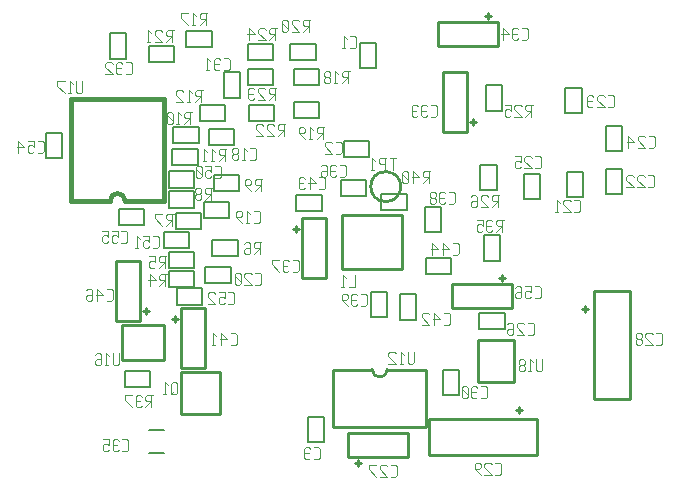
<source format=gbr>
G04 start of page 8 for group -4078 idx -4078
G04 Title: stribog.main_board, bottomsilk *
G04 Creator: pcb 20070208 *
G04 CreationDate: Sun Apr  6 09:45:45 2008 UTC *
G04 For: dti *
G04 Format: Gerber/RS-274X *
G04 PCB-Dimensions: 236220 157480 *
G04 PCB-Coordinate-Origin: lower left *
%MOIN*%
%FSLAX24Y24*%
%LNBACKSILK*%
%ADD13C,0.0100*%
%ADD56C,0.0060*%
%ADD58C,0.0179*%
%ADD59C,0.0040*%
%ADD62C,0.0080*%
G54D56*X8609Y11974D02*X7769D01*
X8609Y12514D02*Y11974D01*
X7769Y12514D02*X8609D01*
X7769Y11974D02*Y12514D01*
X7742Y11265D02*X6902D01*
X7742Y11805D02*Y11265D01*
X6902Y11805D02*X7742D01*
X6902Y11265D02*Y11805D01*
X8923Y11726D02*Y11186D01*
X8083D02*X8923D01*
X8083Y11726D02*Y11186D01*
Y11726D02*X8923D01*
X10918Y12632D02*X11758D01*
X10918D02*Y12092D01*
X11758D01*
Y12632D02*Y12092D01*
X9128Y13609D02*Y12769D01*
X8588Y13609D02*X9128D01*
X8588D02*Y12769D01*
X9128D01*
X10918Y13734D02*X11758D01*
X10918D02*Y13194D01*
X11758D01*
Y13734D02*Y13194D01*
X10223Y14021D02*X9383D01*
X10223Y14561D02*Y14021D01*
X9383Y14561D02*X10223D01*
X9383Y14021D02*Y14561D01*
X10800D02*X11640D01*
X10800D02*Y14021D01*
X11640D01*
Y14561D02*Y14021D01*
X10262Y11974D02*X9422D01*
X10262Y12514D02*Y11974D01*
X9422Y12514D02*X10262D01*
X9422Y11974D02*Y12514D01*
X10223Y13194D02*X9383D01*
X10223Y13734D02*Y13194D01*
X9383Y13734D02*X10223D01*
X9383Y13194D02*Y13734D01*
X7585Y6462D02*X6745D01*
X7585Y7002D02*Y6462D01*
X6745Y7002D02*X7585D01*
X6745Y6462D02*Y7002D01*
G54D13*X5189Y4020D02*X6579D01*
X5189Y5200D02*Y4020D01*
Y5200D02*X6579D01*
Y4020D01*
G54D56*X7585Y7092D02*X6745D01*
X7585Y7632D02*Y7092D01*
X6745Y7632D02*X7585D01*
X6745Y7092D02*Y7632D01*
G54D13*X5993Y5758D02*Y5558D01*
X5893Y5658D02*X6093D01*
X4993Y5308D02*X5793D01*
Y7308D02*Y5308D01*
X4993Y7308D02*Y5308D01*
Y7308D02*X5793D01*
G54D62*X6102Y1673D02*X6574D01*
X6102Y925D02*X6574D01*
G54D56*X6128Y3655D02*Y3115D01*
X5288D02*X6128D01*
X5288Y3655D02*Y3115D01*
Y3655D02*X6128D01*
G54D58*X6589Y12723D02*Y9323D01*
X3489Y12723D02*X6589D01*
X3489D02*Y9323D01*
X5289D02*X6589D01*
X3489D02*X4789D01*
X5289D02*G75*G03X4789Y9323I-250J0D01*G01*
G54D56*X6916Y13942D02*X6076D01*
X6916Y14482D02*Y13942D01*
X6076Y14482D02*X6916D01*
X6076Y13942D02*Y14482D01*
X7335Y14994D02*X8175D01*
X7335D02*Y14454D01*
X8175D01*
Y14994D02*Y14454D01*
X5309Y14908D02*Y14068D01*
X4769Y14908D02*X5309D01*
X4769D02*Y14068D01*
X5309D01*
X3183Y11601D02*Y10761D01*
X2643D02*X3183D01*
X2643Y11601D02*Y10761D01*
Y11601D02*X3183D01*
X5091Y8509D02*X5931D01*
X5091Y9049D02*Y8509D01*
Y9049D02*X5931D01*
Y8509D01*
X7585Y9100D02*X6745D01*
X7585Y9640D02*Y9100D01*
X6745Y9640D02*X7585D01*
X6745Y9100D02*Y9640D01*
X7585Y10309D02*Y9769D01*
X6745D02*X7585D01*
X6745Y10309D02*Y9769D01*
Y10309D02*X7585D01*
X7703Y10517D02*X6863D01*
X7703Y11057D02*Y10517D01*
X6863Y11057D02*X7703D01*
X6863Y10517D02*Y11057D01*
G54D13*X7159Y3619D02*X8439D01*
X7159D02*Y2229D01*
X8439D01*
Y3619D02*Y2229D01*
X7159Y3754D02*X7959D01*
Y5754D02*Y3754D01*
X7159Y5754D02*Y3754D01*
Y5754D02*X7959D01*
X6859Y5404D02*X7059D01*
X6959Y5504D02*Y5304D01*
G54D56*X7427Y8301D02*Y7761D01*
X6587D02*X7427D01*
X6587Y8301D02*Y7761D01*
Y8301D02*X7427D01*
G54D13*X11174Y6746D02*X11974D01*
Y8746D02*Y6746D01*
X11174Y8746D02*Y6746D01*
Y8746D02*X11974D01*
X10874Y8396D02*X11074D01*
X10974Y8496D02*Y8296D01*
G54D56*X7821Y8391D02*X6981D01*
X7821Y8931D02*Y8391D01*
X6981Y8931D02*X7821D01*
X6981Y8391D02*Y8931D01*
X10997Y9521D02*X11837D01*
X10997D02*Y8981D01*
X11837D01*
Y9521D02*Y8981D01*
X8766Y9285D02*Y8745D01*
X7926D02*X8766D01*
X7926Y9285D02*Y8745D01*
Y9285D02*X8766D01*
X9081Y9663D02*X8241D01*
X9081Y10203D02*Y9663D01*
X8241Y10203D02*X9081D01*
X8241Y9663D02*Y10203D01*
X9042Y7485D02*X8202D01*
X9042Y8025D02*Y7485D01*
X8202Y8025D02*X9042D01*
X8202Y7485D02*Y8025D01*
X7020Y6411D02*Y5871D01*
Y6411D02*X7860D01*
Y5871D01*
X7020D02*X7860D01*
X8805Y7120D02*Y6580D01*
X7965D02*X8805D01*
X7965Y7120D02*Y6580D01*
Y7120D02*X8805D01*
G54D13*X12229Y3705D02*X13529D01*
X14029D02*X15329D01*
X12229D02*Y1805D01*
X15329D01*
Y3705D02*Y1805D01*
X13529Y3705D02*G75*G03X14029Y3705I250J0D01*G01*
X14710Y1581D02*Y781D01*
X12710Y1581D02*X14710D01*
X12710Y781D02*X14710D01*
X12710Y1581D02*Y781D01*
X13060Y681D02*Y481D01*
X12960Y581D02*X13160D01*
G54D56*X11923Y1273D02*Y2113D01*
X11383D02*X11923D01*
X11383Y1273D02*Y2113D01*
Y1273D02*X11923D01*
X16411Y3687D02*Y2847D01*
X15871Y3687D02*X16411D01*
X15871D02*Y2847D01*
X16411D01*
G54D13*X20935Y2708D02*X22135D01*
Y6308D02*Y2708D01*
X20935Y6308D02*Y2708D01*
Y6308D02*X22135D01*
X20535Y5708D02*X20735D01*
X20635Y5808D02*Y5608D01*
X17065Y3284D02*Y4674D01*
X18245D01*
Y3284D01*
X17065D01*
G54D56*X17099Y5584D02*X17939D01*
X17099D02*Y5044D01*
X17939D01*
Y5584D02*Y5044D01*
G54D13*X17745Y6741D02*X17945D01*
X17845Y6841D02*Y6641D01*
X18195Y6541D02*Y5741D01*
X16195Y6541D02*X18195D01*
X16195Y5741D02*X18195D01*
X16195Y6541D02*Y5741D01*
G54D56*X13470Y6286D02*Y5446D01*
X14010D01*
Y6286D02*Y5446D01*
X13470Y6286D02*X14010D01*
G54D13*X15425Y2056D02*Y856D01*
X19025D01*
X15425Y2056D02*X19025D01*
Y856D01*
X18425Y2456D02*Y2256D01*
X18325Y2356D02*X18525D01*
G54D56*X13655Y14593D02*Y13753D01*
X13115Y14593D02*X13655D01*
X13115D02*Y13753D01*
X13655D01*
X12493Y10033D02*X13333D01*
X12493D02*Y9493D01*
X13333D01*
Y10033D02*Y9493D01*
X17328Y13175D02*Y12335D01*
X17868D01*
Y13175D02*Y12335D01*
X17328Y13175D02*X17868D01*
G54D13*X15722Y15281D02*Y14481D01*
X17722D01*
X15722Y15281D02*X17722D01*
Y14481D01*
X17372Y15581D02*Y15381D01*
X17272Y15481D02*X17472D01*
X16699Y13607D02*X15899D01*
Y11607D01*
X16699D02*Y13607D01*
Y11607D02*X15899D01*
X16799Y11957D02*X16999D01*
X16899Y11857D02*Y12057D01*
G54D56*X12572Y11333D02*X13412D01*
X12572D02*Y10793D01*
X13412D01*
Y11333D02*Y10793D01*
X16168Y6895D02*X15328D01*
X16168Y7435D02*Y6895D01*
X15328Y7435D02*X16168D01*
X15328Y6895D02*Y7435D01*
X17131Y10538D02*Y9698D01*
X17671D01*
Y10538D02*Y9698D01*
X17131Y10538D02*X17671D01*
X17249Y7335D02*X17789D01*
X17249D02*Y8175D01*
X17789D01*
Y7335D02*Y8175D01*
G54D13*X13976Y9303D02*G75*G03X13976Y9303I0J500D01*G01*
G54D56*X13832Y9021D02*Y9561D01*
X14672D01*
Y9021D01*
X13832D01*
X15281Y9120D02*Y8280D01*
X15821D01*
Y9120D02*Y8280D01*
X15281Y9120D02*X15821D01*
X14454Y6207D02*Y5367D01*
X14994D01*
Y6207D02*Y5367D01*
X14454Y6207D02*X14994D01*
G54D13*X12503Y8852D02*X14503D01*
X12503D02*Y7052D01*
X14503D01*
Y8852D02*Y7052D01*
G54D56*X21304Y10380D02*Y9540D01*
X21844D01*
Y10380D02*Y9540D01*
X21304Y10380D02*X21844D01*
X18588Y10223D02*Y9383D01*
X19128D01*
Y10223D02*Y9383D01*
X18588Y10223D02*X19128D01*
X20506Y13097D02*Y12257D01*
X19966Y13097D02*X20506D01*
X19966D02*Y12257D01*
X20506D01*
X20005Y10301D02*Y9461D01*
X20545D01*
Y10301D02*Y9461D01*
X20005Y10301D02*X20545D01*
X21304Y11837D02*Y10997D01*
X21844D01*
Y11837D02*Y10997D01*
X21304Y11837D02*X21844D01*
G54D59*X5078Y3899D02*Y4249D01*
Y3899D02*X5028Y3849D01*
X4928D02*X5028D01*
X4928D02*X4878Y3899D01*
Y4249D01*
X4608Y3849D02*X4708D01*
X4658D02*Y4249D01*
X4758Y4149D02*X4658Y4249D01*
X4338D02*X4288Y4199D01*
X4338Y4249D02*X4438D01*
X4488Y4199D02*X4438Y4249D01*
X4488Y3899D02*Y4199D01*
Y3899D02*X4438Y3849D01*
X4338Y4049D02*X4288Y3999D01*
X4338Y4049D02*X4488D01*
X4338Y3849D02*X4438D01*
X4338D02*X4288Y3899D01*
Y3999D01*
X8731Y5882D02*X8881D01*
X8931Y5932D02*X8881Y5882D01*
X8931Y5932D02*Y6232D01*
X8881Y6282D01*
X8731D02*X8881D01*
X8411D02*X8611D01*
Y6082D02*Y6282D01*
Y6082D02*X8561Y6132D01*
X8461D02*X8561D01*
X8461D02*X8411Y6082D01*
Y5932D02*Y6082D01*
X8461Y5882D02*X8411Y5932D01*
X8461Y5882D02*X8561D01*
X8611Y5932D02*X8561Y5882D01*
X8291Y6232D02*X8241Y6282D01*
X8091D02*X8241D01*
X8091D02*X8041Y6232D01*
Y6132D02*Y6232D01*
X8291Y5882D02*X8041Y6132D01*
Y5882D02*X8291D01*
X8815Y4514D02*X8965D01*
X9015Y4564D02*X8965Y4514D01*
X9015Y4564D02*Y4864D01*
X8965Y4914D01*
X8815D02*X8965D01*
X8695Y4714D02*X8495Y4914D01*
X8445Y4714D02*X8695D01*
X8495Y4514D02*Y4914D01*
X8175Y4514D02*X8275D01*
X8225D02*Y4914D01*
X8325Y4814D02*X8225Y4914D01*
X4676Y6002D02*X4826D01*
X4876Y6052D02*X4826Y6002D01*
X4876Y6052D02*Y6352D01*
X4826Y6402D01*
X4676D02*X4826D01*
X4556Y6202D02*X4356Y6402D01*
X4306Y6202D02*X4556D01*
X4356Y6002D02*Y6402D01*
X4036D02*X3986Y6352D01*
X4036Y6402D02*X4136D01*
X4186Y6352D02*X4136Y6402D01*
X4186Y6052D02*Y6352D01*
Y6052D02*X4136Y6002D01*
X4036Y6202D02*X3986Y6152D01*
X4036Y6202D02*X4186D01*
X4036Y6002D02*X4136D01*
X4036D02*X3986Y6052D01*
Y6152D01*
X9628Y6529D02*X9778D01*
X9828Y6579D02*X9778Y6529D01*
X9828Y6579D02*Y6879D01*
X9778Y6929D01*
X9628D02*X9778D01*
X9508Y6879D02*X9458Y6929D01*
X9308D02*X9458D01*
X9308D02*X9258Y6879D01*
Y6779D02*Y6879D01*
X9508Y6529D02*X9258Y6779D01*
Y6529D02*X9508D01*
X9138Y6579D02*X9088Y6529D01*
X9138Y6579D02*Y6879D01*
X9088Y6929D01*
X8988D02*X9088D01*
X8988D02*X8938Y6879D01*
Y6579D02*Y6879D01*
X8988Y6529D02*X8938Y6579D01*
X8988Y6529D02*X9088D01*
X9138Y6629D02*X8938Y6829D01*
X7035Y2929D02*Y3229D01*
X6985Y3279D01*
X6885D02*X6985D01*
X6885D02*X6835Y3229D01*
Y2929D02*Y3229D01*
X6885Y2879D02*X6835Y2929D01*
X6885Y2879D02*X6985D01*
X7035Y2929D02*X6985Y2879D01*
X6935Y2979D02*X6835Y2879D01*
X6565D02*X6665D01*
X6615D02*Y3279D01*
X6715Y3179D02*X6615Y3279D01*
X17635Y202D02*X17785D01*
X17835Y252D02*X17785Y202D01*
X17835Y252D02*Y552D01*
X17785Y602D01*
X17635D02*X17785D01*
X17515Y552D02*X17465Y602D01*
X17315D02*X17465D01*
X17315D02*X17265Y552D01*
Y452D02*Y552D01*
X17515Y202D02*X17265Y452D01*
Y202D02*X17515D01*
X17145D02*X16945Y402D01*
Y552D01*
X16995Y602D02*X16945Y552D01*
X16995Y602D02*X17095D01*
X17145Y552D02*X17095Y602D01*
X17145Y452D02*Y552D01*
Y452D02*X17095Y402D01*
X16945D02*X17095D01*
X14906Y3956D02*Y4306D01*
Y3956D02*X14856Y3906D01*
X14756D02*X14856D01*
X14756D02*X14706Y3956D01*
Y4306D01*
X14436Y3906D02*X14536D01*
X14486D02*Y4306D01*
X14586Y4206D02*X14486Y4306D01*
X14316Y4256D02*X14266Y4306D01*
X14116D02*X14266D01*
X14116D02*X14066Y4256D01*
Y4156D02*Y4256D01*
X14316Y3906D02*X14066Y4156D01*
Y3906D02*X14316D01*
X15919Y5198D02*X16069D01*
X16119Y5248D02*X16069Y5198D01*
X16119Y5248D02*Y5548D01*
X16069Y5598D01*
X15919D02*X16069D01*
X15799Y5398D02*X15599Y5598D01*
X15549Y5398D02*X15799D01*
X15599Y5198D02*Y5598D01*
X15429Y5548D02*X15379Y5598D01*
X15229D02*X15379D01*
X15229D02*X15179Y5548D01*
Y5448D02*Y5548D01*
X15429Y5198D02*X15179Y5448D01*
Y5198D02*X15429D01*
X13144Y5827D02*X13294D01*
X13344Y5877D02*X13294Y5827D01*
X13344Y5877D02*Y6177D01*
X13294Y6227D01*
X13144D02*X13294D01*
X13024Y6177D02*X12974Y6227D01*
X12874D02*X12974D01*
X12874D02*X12824Y6177D01*
Y5877D02*Y6177D01*
X12874Y5827D02*X12824Y5877D01*
X12874Y5827D02*X12974D01*
X13024Y5877D02*X12974Y5827D01*
X12824Y6027D02*X12974D01*
X12704Y5827D02*X12504Y6027D01*
Y6177D01*
X12554Y6227D02*X12504Y6177D01*
X12554Y6227D02*X12654D01*
X12704Y6177D02*X12654Y6227D01*
X12704Y6077D02*Y6177D01*
Y6077D02*X12654Y6027D01*
X12504D02*X12654D01*
X12959Y6469D02*Y6869D01*
X12759Y6469D02*X12959D01*
X12489D02*X12589D01*
X12539D02*Y6869D01*
X12639Y6769D02*X12539Y6869D01*
X23000Y4524D02*X23150D01*
X23200Y4574D02*X23150Y4524D01*
X23200Y4574D02*Y4874D01*
X23150Y4924D01*
X23000D02*X23150D01*
X22880Y4874D02*X22830Y4924D01*
X22680D02*X22830D01*
X22680D02*X22630Y4874D01*
Y4774D02*Y4874D01*
X22880Y4524D02*X22630Y4774D01*
Y4524D02*X22880D01*
X22509Y4574D02*X22459Y4524D01*
X22509Y4574D02*Y4674D01*
X22459Y4724D01*
X22359D02*X22459D01*
X22359D02*X22309Y4674D01*
Y4574D02*Y4674D01*
X22359Y4524D02*X22309Y4574D01*
X22359Y4524D02*X22459D01*
X22509Y4774D02*X22459Y4724D01*
X22509Y4774D02*Y4874D01*
X22459Y4924D01*
X22359D02*X22459D01*
X22359D02*X22309Y4874D01*
Y4774D02*Y4874D01*
X22359Y4724D02*X22309Y4774D01*
X19201Y3696D02*Y4046D01*
Y3696D02*X19151Y3646D01*
X19051D02*X19151D01*
X19051D02*X19001Y3696D01*
Y4046D01*
X18730Y3646D02*X18830D01*
X18780D02*Y4046D01*
X18880Y3946D02*X18780Y4046D01*
X18610Y3696D02*X18560Y3646D01*
X18610Y3696D02*Y3796D01*
X18560Y3846D01*
X18460D02*X18560D01*
X18460D02*X18410Y3796D01*
Y3696D02*Y3796D01*
X18460Y3646D02*X18410Y3696D01*
X18460Y3646D02*X18560D01*
X18610Y3896D02*X18560Y3846D01*
X18610Y3896D02*Y3996D01*
X18560Y4046D01*
X18460D02*X18560D01*
X18460D02*X18410Y3996D01*
Y3896D02*Y3996D01*
X18460Y3846D02*X18410Y3896D01*
X17153Y2755D02*X17303D01*
X17353Y2805D02*X17303Y2755D01*
X17353Y2805D02*Y3105D01*
X17303Y3155D01*
X17153D02*X17303D01*
X17033Y3105D02*X16983Y3155D01*
X16883D02*X16983D01*
X16883D02*X16833Y3105D01*
Y2805D02*Y3105D01*
X16883Y2755D02*X16833Y2805D01*
X16883Y2755D02*X16983D01*
X17033Y2805D02*X16983Y2755D01*
X16833Y2955D02*X16983D01*
X16713Y2805D02*X16663Y2755D01*
X16713Y2805D02*Y3105D01*
X16663Y3155D01*
X16563D02*X16663D01*
X16563D02*X16513Y3105D01*
Y2805D02*Y3105D01*
X16563Y2755D02*X16513Y2805D01*
X16563Y2755D02*X16663D01*
X16713Y2855D02*X16513Y3055D01*
X18722Y4864D02*X18872D01*
X18922Y4914D02*X18872Y4864D01*
X18922Y4914D02*Y5214D01*
X18872Y5264D01*
X18722D02*X18872D01*
X18602Y5214D02*X18552Y5264D01*
X18402D02*X18552D01*
X18402D02*X18352Y5214D01*
Y5114D02*Y5214D01*
X18602Y4864D02*X18352Y5114D01*
Y4864D02*X18602D01*
X18082Y5264D02*X18032Y5214D01*
X18082Y5264D02*X18182D01*
X18232Y5214D02*X18182Y5264D01*
X18232Y4914D02*Y5214D01*
Y4914D02*X18182Y4864D01*
X18082Y5064D02*X18032Y5014D01*
X18082Y5064D02*X18232D01*
X18082Y4864D02*X18182D01*
X18082D02*X18032Y4914D01*
Y5014D01*
X18938Y6085D02*X19088D01*
X19138Y6135D02*X19088Y6085D01*
X19138Y6135D02*Y6435D01*
X19088Y6485D01*
X18938D02*X19088D01*
X18617D02*X18817D01*
Y6285D02*Y6485D01*
Y6285D02*X18767Y6335D01*
X18667D02*X18767D01*
X18667D02*X18617Y6285D01*
Y6135D02*Y6285D01*
X18667Y6085D02*X18617Y6135D01*
X18667Y6085D02*X18767D01*
X18817Y6135D02*X18767Y6085D01*
X18347Y6485D02*X18297Y6435D01*
X18347Y6485D02*X18447D01*
X18497Y6435D02*X18447Y6485D01*
X18497Y6135D02*Y6435D01*
Y6135D02*X18447Y6085D01*
X18347Y6285D02*X18297Y6235D01*
X18347Y6285D02*X18497D01*
X18347Y6085D02*X18447D01*
X18347D02*X18297Y6135D01*
Y6235D01*
X5192Y983D02*X5342D01*
X5392Y1033D02*X5342Y983D01*
X5392Y1033D02*Y1333D01*
X5342Y1383D01*
X5192D02*X5342D01*
X5072Y1333D02*X5022Y1383D01*
X4922D02*X5022D01*
X4922D02*X4872Y1333D01*
Y1033D02*Y1333D01*
X4922Y983D02*X4872Y1033D01*
X4922Y983D02*X5022D01*
X5072Y1033D02*X5022Y983D01*
X4872Y1183D02*X5022D01*
X4552Y1383D02*X4752D01*
Y1183D02*Y1383D01*
Y1183D02*X4702Y1233D01*
X4602D02*X4702D01*
X4602D02*X4552Y1183D01*
Y1033D02*Y1183D01*
X4602Y983D02*X4552Y1033D01*
X4602Y983D02*X4702D01*
X4752Y1033D02*X4702Y983D01*
X6014Y2847D02*X6214D01*
X6014D02*X5964Y2797D01*
Y2697D02*Y2797D01*
X6014Y2647D02*X5964Y2697D01*
X6014Y2647D02*X6164D01*
Y2447D02*Y2847D01*
Y2647D02*X5964Y2447D01*
X5844Y2797D02*X5794Y2847D01*
X5694D02*X5794D01*
X5694D02*X5644Y2797D01*
Y2497D02*Y2797D01*
X5694Y2447D02*X5644Y2497D01*
X5694Y2447D02*X5794D01*
X5844Y2497D02*X5794Y2447D01*
X5644Y2647D02*X5794D01*
X5524Y2447D02*X5274Y2697D01*
Y2847D01*
X5524D01*
X14145Y131D02*X14295D01*
X14345Y181D02*X14295Y131D01*
X14345Y181D02*Y481D01*
X14295Y531D01*
X14145D02*X14295D01*
X14025Y481D02*X13975Y531D01*
X13825D02*X13975D01*
X13825D02*X13775Y481D01*
Y381D02*Y481D01*
X14025Y131D02*X13775Y381D01*
Y131D02*X14025D01*
X13654D02*X13404Y381D01*
Y531D01*
X13654D01*
X11574Y718D02*X11724D01*
X11774Y768D02*X11724Y718D01*
X11774Y768D02*Y1068D01*
X11724Y1118D01*
X11574D02*X11724D01*
X11454Y1068D02*X11404Y1118D01*
X11304D02*X11404D01*
X11304D02*X11254Y1068D01*
Y768D02*Y1068D01*
X11304Y718D02*X11254Y768D01*
X11304Y718D02*X11404D01*
X11454Y768D02*X11404Y718D01*
X11254Y918D02*X11404D01*
X7675Y13018D02*X7875D01*
X7675D02*X7625Y12968D01*
Y12868D02*Y12968D01*
X7675Y12818D02*X7625Y12868D01*
X7675Y12818D02*X7825D01*
Y12618D02*Y13018D01*
Y12818D02*X7625Y12618D01*
X7354D02*X7454D01*
X7404D02*Y13018D01*
X7504Y12918D02*X7404Y13018D01*
X7234Y12968D02*X7184Y13018D01*
X7034D02*X7184D01*
X7034D02*X6984Y12968D01*
Y12868D02*Y12968D01*
X7234Y12618D02*X6984Y12868D01*
Y12618D02*X7234D01*
X7318Y12275D02*X7518D01*
X7318D02*X7268Y12225D01*
Y12125D02*Y12225D01*
X7318Y12075D02*X7268Y12125D01*
X7318Y12075D02*X7468D01*
Y11875D02*Y12275D01*
Y12075D02*X7268Y11875D01*
X6998D02*X7098D01*
X7048D02*Y12275D01*
X7148Y12175D02*X7048Y12275D01*
X6878Y11925D02*X6828Y11875D01*
X6878Y11925D02*Y12225D01*
X6828Y12275D01*
X6728D02*X6828D01*
X6728D02*X6678Y12225D01*
Y11925D02*Y12225D01*
X6728Y11875D02*X6678Y11925D01*
X6728Y11875D02*X6828D01*
X6878Y11975D02*X6678Y12175D01*
X5162Y7934D02*X5312D01*
X5362Y7984D02*X5312Y7934D01*
X5362Y7984D02*Y8284D01*
X5312Y8334D01*
X5162D02*X5312D01*
X4842D02*X5042D01*
Y8134D02*Y8334D01*
Y8134D02*X4992Y8184D01*
X4892D02*X4992D01*
X4892D02*X4842Y8134D01*
Y7984D02*Y8134D01*
X4892Y7934D02*X4842Y7984D01*
X4892Y7934D02*X4992D01*
X5042Y7984D02*X4992Y7934D01*
X4522Y8334D02*X4722D01*
Y8134D02*Y8334D01*
Y8134D02*X4672Y8184D01*
X4572D02*X4672D01*
X4572D02*X4522Y8134D01*
Y7984D02*Y8134D01*
X4572Y7934D02*X4522Y7984D01*
X4572Y7934D02*X4672D01*
X4722Y7984D02*X4672Y7934D01*
X6475Y6873D02*X6675D01*
X6475D02*X6425Y6823D01*
Y6723D02*Y6823D01*
X6475Y6673D02*X6425Y6723D01*
X6475Y6673D02*X6625D01*
Y6473D02*Y6873D01*
Y6673D02*X6425Y6473D01*
X6305Y6673D02*X6105Y6873D01*
X6055Y6673D02*X6305D01*
X6105Y6473D02*Y6873D01*
X6705Y8893D02*X6905D01*
X6705D02*X6655Y8843D01*
Y8743D02*Y8843D01*
X6705Y8693D02*X6655Y8743D01*
X6705Y8693D02*X6855D01*
Y8493D02*Y8893D01*
Y8693D02*X6655Y8493D01*
X6535D02*X6285Y8743D01*
Y8893D01*
X6535D01*
X6459Y7487D02*X6659D01*
X6459D02*X6409Y7437D01*
Y7337D02*Y7437D01*
X6459Y7287D02*X6409Y7337D01*
X6459Y7287D02*X6609D01*
Y7087D02*Y7487D01*
Y7287D02*X6409Y7087D01*
X6089Y7487D02*X6289D01*
Y7287D02*Y7487D01*
Y7287D02*X6239Y7337D01*
X6139D02*X6239D01*
X6139D02*X6089Y7287D01*
Y7137D02*Y7287D01*
X6139Y7087D02*X6089Y7137D01*
X6139Y7087D02*X6239D01*
X6289Y7137D02*X6239Y7087D01*
X6215Y7767D02*X6365D01*
X6415Y7817D02*X6365Y7767D01*
X6415Y7817D02*Y8117D01*
X6365Y8167D01*
X6215D02*X6365D01*
X5895D02*X6095D01*
Y7967D02*Y8167D01*
Y7967D02*X6045Y8017D01*
X5945D02*X6045D01*
X5945D02*X5895Y7967D01*
Y7817D02*Y7967D01*
X5945Y7767D02*X5895Y7817D01*
X5945Y7767D02*X6045D01*
X6095Y7817D02*X6045Y7767D01*
X5625D02*X5725D01*
X5675D02*Y8167D01*
X5775Y8067D02*X5675Y8167D01*
X12570Y13653D02*X12770D01*
X12570D02*X12520Y13603D01*
Y13503D02*Y13603D01*
X12570Y13453D02*X12520Y13503D01*
X12570Y13453D02*X12720D01*
Y13253D02*Y13653D01*
Y13453D02*X12520Y13253D01*
X12250D02*X12350D01*
X12300D02*Y13653D01*
X12400Y13553D02*X12300Y13653D01*
X12129Y13303D02*X12079Y13253D01*
X12129Y13303D02*Y13403D01*
X12079Y13453D01*
X11979D02*X12079D01*
X11979D02*X11929Y13403D01*
Y13303D02*Y13403D01*
X11979Y13253D02*X11929Y13303D01*
X11979Y13253D02*X12079D01*
X12129Y13503D02*X12079Y13453D01*
X12129Y13503D02*Y13603D01*
X12079Y13653D01*
X11979D02*X12079D01*
X11979D02*X11929Y13603D01*
Y13503D02*Y13603D01*
X11979Y13453D02*X11929Y13503D01*
X12798Y14414D02*X12948D01*
X12998Y14464D02*X12948Y14414D01*
X12998Y14464D02*Y14764D01*
X12948Y14814D01*
X12798D02*X12948D01*
X12528Y14414D02*X12628D01*
X12578D02*Y14814D01*
X12678Y14714D02*X12578Y14814D01*
X17559Y9520D02*X17759D01*
X17559D02*X17509Y9470D01*
Y9370D02*Y9470D01*
X17559Y9320D02*X17509Y9370D01*
X17559Y9320D02*X17709D01*
Y9120D02*Y9520D01*
Y9320D02*X17509Y9120D01*
X17388Y9470D02*X17338Y9520D01*
X17188D02*X17338D01*
X17188D02*X17138Y9470D01*
Y9370D02*Y9470D01*
X17388Y9120D02*X17138Y9370D01*
Y9120D02*X17388D01*
X16868Y9520D02*X16818Y9470D01*
X16868Y9520D02*X16968D01*
X17018Y9470D02*X16968Y9520D01*
X17018Y9170D02*Y9470D01*
Y9170D02*X16968Y9120D01*
X16868Y9320D02*X16818Y9270D01*
X16868Y9320D02*X17018D01*
X16868Y9120D02*X16968D01*
X16868D02*X16818Y9170D01*
Y9270D01*
X17706Y8691D02*X17906D01*
X17706D02*X17656Y8641D01*
Y8541D02*Y8641D01*
X17706Y8491D02*X17656Y8541D01*
X17706Y8491D02*X17856D01*
Y8291D02*Y8691D01*
Y8491D02*X17656Y8291D01*
X17535Y8641D02*X17485Y8691D01*
X17385D02*X17485D01*
X17385D02*X17335Y8641D01*
Y8341D02*Y8641D01*
X17385Y8291D02*X17335Y8341D01*
X17385Y8291D02*X17485D01*
X17535Y8341D02*X17485Y8291D01*
X17335Y8491D02*X17485D01*
X17015Y8691D02*X17215D01*
Y8491D02*Y8691D01*
Y8491D02*X17165Y8541D01*
X17065D02*X17165D01*
X17065D02*X17015Y8491D01*
Y8341D02*Y8491D01*
X17065Y8291D02*X17015Y8341D01*
X17065Y8291D02*X17165D01*
X17215Y8341D02*X17165Y8291D01*
X15265Y10316D02*X15465D01*
X15265D02*X15215Y10266D01*
Y10166D02*Y10266D01*
X15265Y10116D02*X15215Y10166D01*
X15265Y10116D02*X15415D01*
Y9916D02*Y10316D01*
Y10116D02*X15215Y9916D01*
X15095Y10116D02*X14895Y10316D01*
X14845Y10116D02*X15095D01*
X14895Y9916D02*Y10316D01*
X14725Y9966D02*X14675Y9916D01*
X14725Y9966D02*Y10266D01*
X14675Y10316D01*
X14575D02*X14675D01*
X14575D02*X14525Y10266D01*
Y9966D02*Y10266D01*
X14575Y9916D02*X14525Y9966D01*
X14575Y9916D02*X14675D01*
X14725Y10016D02*X14525Y10216D01*
X12306Y10899D02*X12456D01*
X12506Y10949D02*X12456Y10899D01*
X12506Y10949D02*Y11249D01*
X12456Y11299D01*
X12306D02*X12456D01*
X12186Y11249D02*X12136Y11299D01*
X11986D02*X12136D01*
X11986D02*X11936Y11249D01*
Y11149D02*Y11249D01*
X12186Y10899D02*X11936Y11149D01*
Y10899D02*X12186D01*
X10146Y15076D02*X10346D01*
X10146D02*X10096Y15026D01*
Y14926D02*Y15026D01*
X10146Y14876D02*X10096Y14926D01*
X10146Y14876D02*X10296D01*
Y14676D02*Y15076D01*
Y14876D02*X10096Y14676D01*
X9976Y15026D02*X9926Y15076D01*
X9776D02*X9926D01*
X9776D02*X9726Y15026D01*
Y14926D02*Y15026D01*
X9976Y14676D02*X9726Y14926D01*
Y14676D02*X9976D01*
X9606Y14876D02*X9406Y15076D01*
X9356Y14876D02*X9606D01*
X9406Y14676D02*Y15076D01*
X11258Y15361D02*X11458D01*
X11258D02*X11208Y15311D01*
Y15211D02*Y15311D01*
X11258Y15161D02*X11208Y15211D01*
X11258Y15161D02*X11408D01*
Y14961D02*Y15361D01*
Y15161D02*X11208Y14961D01*
X11088Y15311D02*X11038Y15361D01*
X10888D02*X11038D01*
X10888D02*X10838Y15311D01*
Y15211D02*Y15311D01*
X11088Y14961D02*X10838Y15211D01*
Y14961D02*X11088D01*
X10718Y15011D02*X10668Y14961D01*
X10718Y15011D02*Y15311D01*
X10668Y15361D01*
X10568D02*X10668D01*
X10568D02*X10518Y15311D01*
Y15011D02*Y15311D01*
X10568Y14961D02*X10518Y15011D01*
X10568Y14961D02*X10668D01*
X10718Y15061D02*X10518Y15261D01*
X6703Y15007D02*X6903D01*
X6703D02*X6653Y14957D01*
Y14857D02*Y14957D01*
X6703Y14807D02*X6653Y14857D01*
X6703Y14807D02*X6853D01*
Y14607D02*Y15007D01*
Y14807D02*X6653Y14607D01*
X6533Y14957D02*X6483Y15007D01*
X6333D02*X6483D01*
X6333D02*X6283Y14957D01*
Y14857D02*Y14957D01*
X6533Y14607D02*X6283Y14857D01*
Y14607D02*X6533D01*
X6013D02*X6113D01*
X6063D02*Y15007D01*
X6163Y14907D02*X6063Y15007D01*
X3868Y12966D02*Y13316D01*
Y12966D02*X3818Y12916D01*
X3718D02*X3818D01*
X3718D02*X3668Y12966D01*
Y13316D01*
X3398Y12916D02*X3498D01*
X3448D02*Y13316D01*
X3548Y13216D02*X3448Y13316D01*
X3278Y12916D02*X3028Y13166D01*
Y13316D01*
X3278D01*
X5323Y13551D02*X5473D01*
X5523Y13601D02*X5473Y13551D01*
X5523Y13601D02*Y13901D01*
X5473Y13951D01*
X5323D02*X5473D01*
X5202Y13901D02*X5152Y13951D01*
X5052D02*X5152D01*
X5052D02*X5002Y13901D01*
Y13601D02*Y13901D01*
X5052Y13551D02*X5002Y13601D01*
X5052Y13551D02*X5152D01*
X5202Y13601D02*X5152Y13551D01*
X5002Y13751D02*X5152D01*
X4882Y13901D02*X4832Y13951D01*
X4682D02*X4832D01*
X4682D02*X4632Y13901D01*
Y13801D02*Y13901D01*
X4882Y13551D02*X4632Y13801D01*
Y13551D02*X4882D01*
X10869Y6969D02*X11019D01*
X11069Y7019D02*X11019Y6969D01*
X11069Y7019D02*Y7319D01*
X11019Y7369D01*
X10869D02*X11019D01*
X10749Y7319D02*X10699Y7369D01*
X10599D02*X10699D01*
X10599D02*X10549Y7319D01*
Y7019D02*Y7319D01*
X10599Y6969D02*X10549Y7019D01*
X10599Y6969D02*X10699D01*
X10749Y7019D02*X10699Y6969D01*
X10549Y7169D02*X10699D01*
X10429Y6969D02*X10179Y7219D01*
Y7369D01*
X10429D01*
X16215Y7531D02*X16365D01*
X16415Y7581D02*X16365Y7531D01*
X16415Y7581D02*Y7881D01*
X16365Y7931D01*
X16215D02*X16365D01*
X16095Y7731D02*X15895Y7931D01*
X15845Y7731D02*X16095D01*
X15895Y7531D02*Y7931D01*
X15725Y7731D02*X15525Y7931D01*
X15475Y7731D02*X15725D01*
X15525Y7531D02*Y7931D01*
X18678Y12533D02*X18878D01*
X18678D02*X18628Y12483D01*
Y12383D02*Y12483D01*
X18678Y12333D02*X18628Y12383D01*
X18678Y12333D02*X18828D01*
Y12133D02*Y12533D01*
Y12333D02*X18628Y12133D01*
X18508Y12483D02*X18458Y12533D01*
X18308D02*X18458D01*
X18308D02*X18258Y12483D01*
Y12383D02*Y12483D01*
X18508Y12133D02*X18258Y12383D01*
Y12133D02*X18508D01*
X17938Y12533D02*X18138D01*
Y12333D02*Y12533D01*
Y12333D02*X18088Y12383D01*
X17988D02*X18088D01*
X17988D02*X17938Y12333D01*
Y12183D02*Y12333D01*
X17988Y12133D02*X17938Y12183D01*
X17988Y12133D02*X18088D01*
X18138Y12183D02*X18088Y12133D01*
X21390Y12448D02*X21540D01*
X21590Y12498D02*X21540Y12448D01*
X21590Y12498D02*Y12798D01*
X21540Y12848D01*
X21390D02*X21540D01*
X21270Y12798D02*X21220Y12848D01*
X21070D02*X21220D01*
X21070D02*X21020Y12798D01*
Y12698D02*Y12798D01*
X21270Y12448D02*X21020Y12698D01*
Y12448D02*X21270D01*
X20899Y12798D02*X20849Y12848D01*
X20749D02*X20849D01*
X20749D02*X20699Y12798D01*
Y12498D02*Y12798D01*
X20749Y12448D02*X20699Y12498D01*
X20749Y12448D02*X20849D01*
X20899Y12498D02*X20849Y12448D01*
X20699Y12648D02*X20849D01*
X15478Y12123D02*X15628D01*
X15678Y12173D02*X15628Y12123D01*
X15678Y12173D02*Y12473D01*
X15628Y12523D01*
X15478D02*X15628D01*
X15358Y12473D02*X15308Y12523D01*
X15208D02*X15308D01*
X15208D02*X15158Y12473D01*
Y12173D02*Y12473D01*
X15208Y12123D02*X15158Y12173D01*
X15208Y12123D02*X15308D01*
X15358Y12173D02*X15308Y12123D01*
X15158Y12323D02*X15308D01*
X15038Y12473D02*X14988Y12523D01*
X14888D02*X14988D01*
X14888D02*X14838Y12473D01*
Y12173D02*Y12473D01*
X14888Y12123D02*X14838Y12173D01*
X14888Y12123D02*X14988D01*
X15038Y12173D02*X14988Y12123D01*
X14838Y12323D02*X14988D01*
X18511Y14697D02*X18661D01*
X18711Y14747D02*X18661Y14697D01*
X18711Y14747D02*Y15047D01*
X18661Y15097D01*
X18511D02*X18661D01*
X18390Y15047D02*X18340Y15097D01*
X18240D02*X18340D01*
X18240D02*X18190Y15047D01*
Y14747D02*Y15047D01*
X18240Y14697D02*X18190Y14747D01*
X18240Y14697D02*X18340D01*
X18390Y14747D02*X18340Y14697D01*
X18190Y14897D02*X18340D01*
X18070D02*X17870Y15097D01*
X17820Y14897D02*X18070D01*
X17870Y14697D02*Y15097D01*
X22730Y9774D02*X22880D01*
X22930Y9824D02*X22880Y9774D01*
X22930Y9824D02*Y10124D01*
X22880Y10174D01*
X22730D02*X22880D01*
X22610Y10124D02*X22560Y10174D01*
X22410D02*X22560D01*
X22410D02*X22360Y10124D01*
Y10024D02*Y10124D01*
X22610Y9774D02*X22360Y10024D01*
Y9774D02*X22610D01*
X22240Y10124D02*X22190Y10174D01*
X22040D02*X22190D01*
X22040D02*X21990Y10124D01*
Y10024D02*Y10124D01*
X22240Y9774D02*X21990Y10024D01*
Y9774D02*X22240D01*
X11764Y9710D02*X11914D01*
X11964Y9760D02*X11914Y9710D01*
X11964Y9760D02*Y10060D01*
X11914Y10110D01*
X11764D02*X11914D01*
X11644Y9910D02*X11444Y10110D01*
X11394Y9910D02*X11644D01*
X11444Y9710D02*Y10110D01*
X11274Y10060D02*X11224Y10110D01*
X11124D02*X11224D01*
X11124D02*X11074Y10060D01*
Y9760D02*Y10060D01*
X11124Y9710D02*X11074Y9760D01*
X11124Y9710D02*X11224D01*
X11274Y9760D02*X11224Y9710D01*
X11074Y9910D02*X11224D01*
X12452Y10134D02*X12602D01*
X12652Y10184D02*X12602Y10134D01*
X12652Y10184D02*Y10484D01*
X12602Y10534D01*
X12452D02*X12602D01*
X12332Y10484D02*X12282Y10534D01*
X12182D02*X12282D01*
X12182D02*X12132Y10484D01*
Y10184D02*Y10484D01*
X12182Y10134D02*X12132Y10184D01*
X12182Y10134D02*X12282D01*
X12332Y10184D02*X12282Y10134D01*
X12132Y10334D02*X12282D01*
X11862Y10534D02*X11812Y10484D01*
X11862Y10534D02*X11962D01*
X12012Y10484D02*X11962Y10534D01*
X12012Y10184D02*Y10484D01*
Y10184D02*X11962Y10134D01*
X11862Y10334D02*X11812Y10284D01*
X11862Y10334D02*X12012D01*
X11862Y10134D02*X11962D01*
X11862D02*X11812Y10184D01*
Y10284D01*
X18961Y10412D02*X19111D01*
X19161Y10462D02*X19111Y10412D01*
X19161Y10462D02*Y10762D01*
X19111Y10812D01*
X18961D02*X19111D01*
X18841Y10762D02*X18791Y10812D01*
X18641D02*X18791D01*
X18641D02*X18591Y10762D01*
Y10662D02*Y10762D01*
X18841Y10412D02*X18591Y10662D01*
Y10412D02*X18841D01*
X18271Y10812D02*X18471D01*
Y10612D02*Y10812D01*
Y10612D02*X18421Y10662D01*
X18321D02*X18421D01*
X18321D02*X18271Y10612D01*
Y10462D02*Y10612D01*
X18321Y10412D02*X18271Y10462D01*
X18321Y10412D02*X18421D01*
X18471Y10462D02*X18421Y10412D01*
X20262Y8966D02*X20412D01*
X20462Y9016D02*X20412Y8966D01*
X20462Y9016D02*Y9316D01*
X20412Y9366D01*
X20262D02*X20412D01*
X20142Y9316D02*X20092Y9366D01*
X19942D02*X20092D01*
X19942D02*X19892Y9316D01*
Y9216D02*Y9316D01*
X20142Y8966D02*X19892Y9216D01*
Y8966D02*X20142D01*
X19622D02*X19722D01*
X19672D02*Y9366D01*
X19772Y9266D02*X19672Y9366D01*
X22749Y11094D02*X22899D01*
X22949Y11144D02*X22899Y11094D01*
X22949Y11144D02*Y11444D01*
X22899Y11494D01*
X22749D02*X22899D01*
X22629Y11444D02*X22579Y11494D01*
X22429D02*X22579D01*
X22429D02*X22379Y11444D01*
Y11344D02*Y11444D01*
X22629Y11094D02*X22379Y11344D01*
Y11094D02*X22629D01*
X22259Y11294D02*X22059Y11494D01*
X22009Y11294D02*X22259D01*
X22059Y11094D02*Y11494D01*
X2369Y10923D02*X2519D01*
X2569Y10973D02*X2519Y10923D01*
X2569Y10973D02*Y11273D01*
X2519Y11323D01*
X2369D02*X2519D01*
X2048D02*X2248D01*
Y11123D02*Y11323D01*
Y11123D02*X2198Y11173D01*
X2098D02*X2198D01*
X2098D02*X2048Y11123D01*
Y10973D02*Y11123D01*
X2098Y10923D02*X2048Y10973D01*
X2098Y10923D02*X2198D01*
X2248Y10973D02*X2198Y10923D01*
X1928Y11123D02*X1728Y11323D01*
X1678Y11123D02*X1928D01*
X1728Y10923D02*Y11323D01*
X7991Y9766D02*X8191D01*
X7991D02*X7941Y9716D01*
Y9616D02*Y9716D01*
X7991Y9566D02*X7941Y9616D01*
X7991Y9566D02*X8141D01*
Y9366D02*Y9766D01*
Y9566D02*X7941Y9366D01*
X7821Y9416D02*X7771Y9366D01*
X7821Y9416D02*Y9516D01*
X7771Y9566D01*
X7671D02*X7771D01*
X7671D02*X7621Y9516D01*
Y9416D02*Y9516D01*
X7671Y9366D02*X7621Y9416D01*
X7671Y9366D02*X7771D01*
X7821Y9616D02*X7771Y9566D01*
X7821Y9616D02*Y9716D01*
X7771Y9766D01*
X7671D02*X7771D01*
X7671D02*X7621Y9716D01*
Y9616D02*Y9716D01*
X7671Y9566D02*X7621Y9616D01*
X8286Y10102D02*X8436D01*
X8486Y10152D02*X8436Y10102D01*
X8486Y10152D02*Y10452D01*
X8436Y10502D01*
X8286D02*X8436D01*
X7966D02*X8166D01*
Y10302D02*Y10502D01*
Y10302D02*X8116Y10352D01*
X8016D02*X8116D01*
X8016D02*X7966Y10302D01*
Y10152D02*Y10302D01*
X8016Y10102D02*X7966Y10152D01*
X8016Y10102D02*X8116D01*
X8166Y10152D02*X8116Y10102D01*
X7846Y10152D02*X7796Y10102D01*
X7846Y10152D02*Y10452D01*
X7796Y10502D01*
X7696D02*X7796D01*
X7696D02*X7646Y10452D01*
Y10152D02*Y10452D01*
X7696Y10102D02*X7646Y10152D01*
X7696Y10102D02*X7796D01*
X7846Y10202D02*X7646Y10402D01*
X8461Y11065D02*X8661D01*
X8461D02*X8411Y11015D01*
Y10915D02*Y11015D01*
X8461Y10865D02*X8411Y10915D01*
X8461Y10865D02*X8611D01*
Y10665D02*Y11065D01*
Y10865D02*X8411Y10665D01*
X8141D02*X8241D01*
X8191D02*Y11065D01*
X8291Y10965D02*X8191Y11065D01*
X7870Y10665D02*X7970D01*
X7920D02*Y11065D01*
X8020Y10965D02*X7920Y11065D01*
X8573Y13680D02*X8723D01*
X8773Y13730D02*X8723Y13680D01*
X8773Y13730D02*Y14030D01*
X8723Y14080D01*
X8573D02*X8723D01*
X8453Y14030D02*X8403Y14080D01*
X8303D02*X8403D01*
X8303D02*X8253Y14030D01*
Y13730D02*Y14030D01*
X8303Y13680D02*X8253Y13730D01*
X8303Y13680D02*X8403D01*
X8453Y13730D02*X8403Y13680D01*
X8253Y13880D02*X8403D01*
X7982Y13680D02*X8082D01*
X8032D02*Y14080D01*
X8132Y13980D02*X8032Y14080D01*
X7827Y15581D02*X8027D01*
X7827D02*X7777Y15531D01*
Y15431D02*Y15531D01*
X7827Y15381D02*X7777Y15431D01*
X7827Y15381D02*X7977D01*
Y15181D02*Y15581D01*
Y15381D02*X7777Y15181D01*
X7507D02*X7607D01*
X7557D02*Y15581D01*
X7657Y15481D02*X7557Y15581D01*
X7386Y15181D02*X7136Y15431D01*
Y15581D01*
X7386D01*
X10133Y13099D02*X10333D01*
X10133D02*X10083Y13049D01*
Y12949D02*Y13049D01*
X10133Y12899D02*X10083Y12949D01*
X10133Y12899D02*X10283D01*
Y12699D02*Y13099D01*
Y12899D02*X10083Y12699D01*
X9963Y13049D02*X9913Y13099D01*
X9763D02*X9913D01*
X9763D02*X9713Y13049D01*
Y12949D02*Y13049D01*
X9963Y12699D02*X9713Y12949D01*
Y12699D02*X9963D01*
X9593Y13049D02*X9543Y13099D01*
X9443D02*X9543D01*
X9443D02*X9393Y13049D01*
Y12749D02*Y13049D01*
X9443Y12699D02*X9393Y12749D01*
X9443Y12699D02*X9543D01*
X9593Y12749D02*X9543Y12699D01*
X9393Y12899D02*X9543D01*
X9458Y10690D02*X9608D01*
X9658Y10740D02*X9608Y10690D01*
X9658Y10740D02*Y11040D01*
X9608Y11090D01*
X9458D02*X9608D01*
X9188Y10690D02*X9288D01*
X9238D02*Y11090D01*
X9338Y10990D02*X9238Y11090D01*
X9068Y10740D02*X9018Y10690D01*
X9068Y10740D02*Y10840D01*
X9018Y10890D01*
X8918D02*X9018D01*
X8918D02*X8868Y10840D01*
Y10740D02*Y10840D01*
X8918Y10690D02*X8868Y10740D01*
X8918Y10690D02*X9018D01*
X9068Y10940D02*X9018Y10890D01*
X9068Y10940D02*Y11040D01*
X9018Y11090D01*
X8918D02*X9018D01*
X8918D02*X8868Y11040D01*
Y10940D02*Y11040D01*
X8918Y10890D02*X8868Y10940D01*
X11723Y11775D02*X11923D01*
X11723D02*X11673Y11725D01*
Y11625D02*Y11725D01*
X11723Y11575D02*X11673Y11625D01*
X11723Y11575D02*X11873D01*
Y11375D02*Y11775D01*
Y11575D02*X11673Y11375D01*
X11403D02*X11503D01*
X11453D02*Y11775D01*
X11553Y11675D02*X11453Y11775D01*
X11282Y11375D02*X11082Y11575D01*
Y11725D01*
X11132Y11775D02*X11082Y11725D01*
X11132Y11775D02*X11232D01*
X11282Y11725D02*X11232Y11775D01*
X11282Y11625D02*Y11725D01*
Y11625D02*X11232Y11575D01*
X11082D02*X11232D01*
X10435Y11874D02*X10635D01*
X10435D02*X10385Y11824D01*
Y11724D02*Y11824D01*
X10435Y11674D02*X10385Y11724D01*
X10435Y11674D02*X10585D01*
Y11474D02*Y11874D01*
Y11674D02*X10385Y11474D01*
X10265Y11824D02*X10215Y11874D01*
X10065D02*X10215D01*
X10065D02*X10015Y11824D01*
Y11724D02*Y11824D01*
X10265Y11474D02*X10015Y11724D01*
Y11474D02*X10265D01*
X9894Y11824D02*X9844Y11874D01*
X9694D02*X9844D01*
X9694D02*X9644Y11824D01*
Y11724D02*Y11824D01*
X9894Y11474D02*X9644Y11724D01*
Y11474D02*X9894D01*
X14122Y10766D02*X14322D01*
X14222Y10366D02*Y10766D01*
X13951Y10366D02*Y10766D01*
X13801D02*X14001D01*
X13801D02*X13751Y10716D01*
Y10616D02*Y10716D01*
X13801Y10566D02*X13751Y10616D01*
X13801Y10566D02*X13951D01*
X13481Y10366D02*X13581D01*
X13531D02*Y10766D01*
X13631Y10666D02*X13531Y10766D01*
X16079Y9225D02*X16229D01*
X16279Y9275D02*X16229Y9225D01*
X16279Y9275D02*Y9575D01*
X16229Y9625D01*
X16079D02*X16229D01*
X15959Y9575D02*X15909Y9625D01*
X15809D02*X15909D01*
X15809D02*X15759Y9575D01*
Y9275D02*Y9575D01*
X15809Y9225D02*X15759Y9275D01*
X15809Y9225D02*X15909D01*
X15959Y9275D02*X15909Y9225D01*
X15759Y9425D02*X15909D01*
X15639Y9275D02*X15589Y9225D01*
X15639Y9275D02*Y9375D01*
X15589Y9425D01*
X15489D02*X15589D01*
X15489D02*X15439Y9375D01*
Y9275D02*Y9375D01*
X15489Y9225D02*X15439Y9275D01*
X15489Y9225D02*X15589D01*
X15639Y9475D02*X15589Y9425D01*
X15639Y9475D02*Y9575D01*
X15589Y9625D01*
X15489D02*X15589D01*
X15489D02*X15439Y9575D01*
Y9475D02*Y9575D01*
X15489Y9425D02*X15439Y9475D01*
X9633Y7951D02*X9833D01*
X9633D02*X9583Y7901D01*
Y7801D02*Y7901D01*
X9633Y7751D02*X9583Y7801D01*
X9633Y7751D02*X9783D01*
Y7551D02*Y7951D01*
Y7751D02*X9583Y7551D01*
X9313Y7951D02*X9263Y7901D01*
X9313Y7951D02*X9413D01*
X9463Y7901D02*X9413Y7951D01*
X9463Y7601D02*Y7901D01*
Y7601D02*X9413Y7551D01*
X9313Y7751D02*X9263Y7701D01*
X9313Y7751D02*X9463D01*
X9313Y7551D02*X9413D01*
X9313D02*X9263Y7601D01*
Y7701D01*
X9586Y8604D02*X9736D01*
X9786Y8654D02*X9736Y8604D01*
X9786Y8654D02*Y8954D01*
X9736Y9004D01*
X9586D02*X9736D01*
X9315Y8604D02*X9415D01*
X9365D02*Y9004D01*
X9465Y8904D02*X9365Y9004D01*
X9195Y8604D02*X8995Y8804D01*
Y8954D01*
X9045Y9004D02*X8995Y8954D01*
X9045Y9004D02*X9145D01*
X9195Y8954D02*X9145Y9004D01*
X9195Y8854D02*Y8954D01*
Y8854D02*X9145Y8804D01*
X8995D02*X9145D01*
X9653Y10045D02*X9853D01*
X9653D02*X9603Y9995D01*
Y9895D02*Y9995D01*
X9653Y9845D02*X9603Y9895D01*
X9653Y9845D02*X9803D01*
Y9645D02*Y10045D01*
Y9845D02*X9603Y9645D01*
X9483D02*X9283Y9845D01*
Y9995D01*
X9333Y10045D02*X9283Y9995D01*
X9333Y10045D02*X9433D01*
X9483Y9995D02*X9433Y10045D01*
X9483Y9895D02*Y9995D01*
Y9895D02*X9433Y9845D01*
X9283D02*X9433D01*
M02*

</source>
